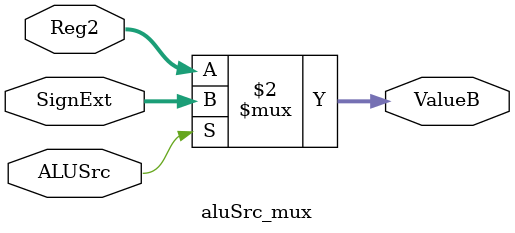
<source format=sv>
module aluSrc_mux #(parameter WIDTH =32)
(
    input reg                ALUSrc,   //Bit of Control
    input reg  [(WIDTH-1):0] Reg2,     //Read register 2
    input reg  [(WIDTH-1):0] SignExt,  //Read Sign extend
    output reg [(WIDTH-1):0] ValueB    //B number of ALU opetarion
);
   
   assign ValueB = !ALUSrc ? Reg2:SignExt;

endmodule

</source>
